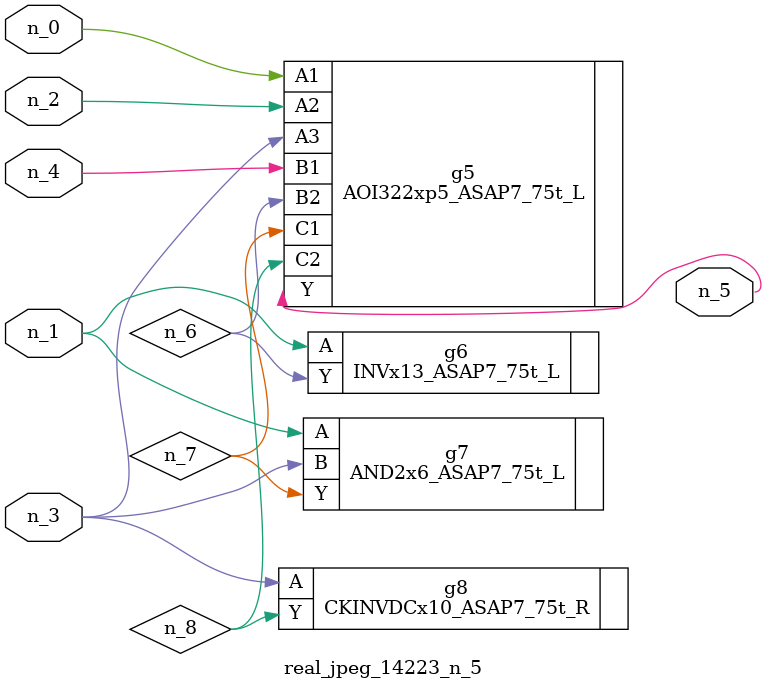
<source format=v>
module real_jpeg_14223_n_5 (n_4, n_0, n_1, n_2, n_3, n_5);

input n_4;
input n_0;
input n_1;
input n_2;
input n_3;

output n_5;

wire n_8;
wire n_6;
wire n_7;

AOI322xp5_ASAP7_75t_L g5 ( 
.A1(n_0),
.A2(n_2),
.A3(n_3),
.B1(n_4),
.B2(n_6),
.C1(n_7),
.C2(n_8),
.Y(n_5)
);

INVx13_ASAP7_75t_L g6 ( 
.A(n_1),
.Y(n_6)
);

AND2x6_ASAP7_75t_L g7 ( 
.A(n_1),
.B(n_3),
.Y(n_7)
);

CKINVDCx10_ASAP7_75t_R g8 ( 
.A(n_3),
.Y(n_8)
);


endmodule
</source>
